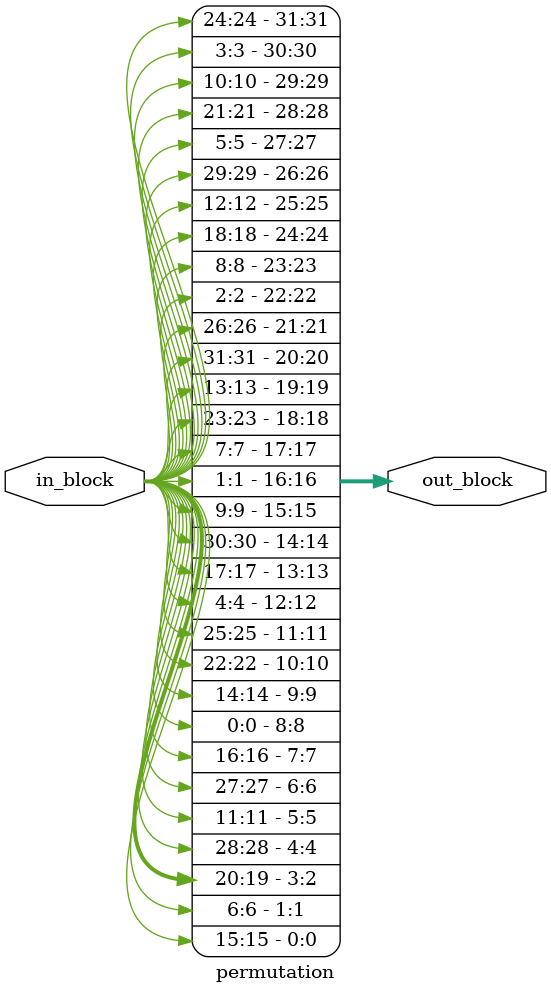
<source format=v>
module permutation(in_block, out_block);
	
	input [31:0] in_block;
	output [31:0] out_block;

	assign out_block[0] = in_block[15];
        assign out_block[1] = in_block[6];
        assign out_block[2] = in_block[19];
        assign out_block[3] = in_block[20];
        assign out_block[4] = in_block[28];
        assign out_block[5] = in_block[11];
        assign out_block[6] = in_block[27];
        assign out_block[7] = in_block[16];

        assign out_block[8] = in_block[0];
        assign out_block[9] = in_block[14];
        assign out_block[10] = in_block[22];
        assign out_block[11] = in_block[25];
        assign out_block[12] = in_block[4];
        assign out_block[13] = in_block[17];
        assign out_block[14] = in_block[30];
        assign out_block[15] = in_block[9];

        assign out_block[16] = in_block[1];
        assign out_block[17] = in_block[7];
        assign out_block[18] = in_block[23];
        assign out_block[19] = in_block[13];
        assign out_block[20] = in_block[31];
        assign out_block[21] = in_block[26];
        assign out_block[22] = in_block[2];
        assign out_block[23] = in_block[8];

        assign out_block[24] = in_block[18];
        assign out_block[25] = in_block[12];
        assign out_block[26] = in_block[29];
        assign out_block[27] = in_block[5];
        assign out_block[28] = in_block[21];
        assign out_block[29] = in_block[10];
        assign out_block[30] = in_block[3];
        assign out_block[31] = in_block[24];

endmodule

</source>
